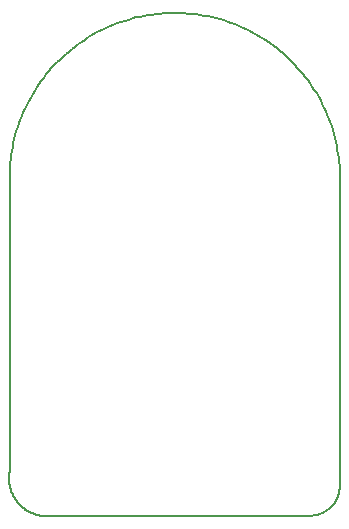
<source format=gbp>
G75*
%MOIN*%
%OFA0B0*%
%FSLAX25Y25*%
%IPPOS*%
%LPD*%
%AMOC8*
5,1,8,0,0,1.08239X$1,22.5*
%
%ADD10C,0.00500*%
D10*
X0011800Y0001800D02*
X0101800Y0001800D01*
X0102042Y0001803D01*
X0102283Y0001812D01*
X0102524Y0001826D01*
X0102765Y0001847D01*
X0103005Y0001873D01*
X0103245Y0001905D01*
X0103484Y0001943D01*
X0103721Y0001986D01*
X0103958Y0002036D01*
X0104193Y0002091D01*
X0104427Y0002151D01*
X0104659Y0002218D01*
X0104890Y0002289D01*
X0105119Y0002367D01*
X0105346Y0002450D01*
X0105571Y0002538D01*
X0105794Y0002632D01*
X0106014Y0002731D01*
X0106232Y0002836D01*
X0106447Y0002945D01*
X0106660Y0003060D01*
X0106870Y0003180D01*
X0107076Y0003305D01*
X0107280Y0003435D01*
X0107481Y0003570D01*
X0107678Y0003710D01*
X0107872Y0003854D01*
X0108062Y0004003D01*
X0108248Y0004157D01*
X0108431Y0004315D01*
X0108610Y0004477D01*
X0108785Y0004644D01*
X0108956Y0004815D01*
X0109123Y0004990D01*
X0109285Y0005169D01*
X0109443Y0005352D01*
X0109597Y0005538D01*
X0109746Y0005728D01*
X0109890Y0005922D01*
X0110030Y0006119D01*
X0110165Y0006320D01*
X0110295Y0006524D01*
X0110420Y0006730D01*
X0110540Y0006940D01*
X0110655Y0007153D01*
X0110764Y0007368D01*
X0110869Y0007586D01*
X0110968Y0007806D01*
X0111062Y0008029D01*
X0111150Y0008254D01*
X0111233Y0008481D01*
X0111311Y0008710D01*
X0111382Y0008941D01*
X0111449Y0009173D01*
X0111509Y0009407D01*
X0111564Y0009642D01*
X0111614Y0009879D01*
X0111657Y0010116D01*
X0111695Y0010355D01*
X0111727Y0010595D01*
X0111753Y0010835D01*
X0111774Y0011076D01*
X0111788Y0011317D01*
X0111797Y0011558D01*
X0111800Y0011800D01*
X0111800Y0111800D01*
X0111845Y0113140D01*
X0111857Y0114481D01*
X0111836Y0115821D01*
X0111783Y0117161D01*
X0111697Y0118499D01*
X0111578Y0119835D01*
X0111427Y0121167D01*
X0111244Y0122495D01*
X0111028Y0123819D01*
X0110780Y0125136D01*
X0110500Y0126447D01*
X0110188Y0127752D01*
X0109845Y0129048D01*
X0109470Y0130335D01*
X0109064Y0131613D01*
X0108627Y0132880D01*
X0108159Y0134137D01*
X0107661Y0135382D01*
X0107133Y0136614D01*
X0106574Y0137833D01*
X0105986Y0139038D01*
X0105369Y0140228D01*
X0104724Y0141403D01*
X0104049Y0142562D01*
X0103347Y0143705D01*
X0102617Y0144829D01*
X0101860Y0145936D01*
X0101077Y0147024D01*
X0100267Y0148092D01*
X0099431Y0149141D01*
X0098570Y0150169D01*
X0097684Y0151175D01*
X0096774Y0152160D01*
X0095840Y0153122D01*
X0094883Y0154061D01*
X0093904Y0154977D01*
X0092902Y0155868D01*
X0091879Y0156735D01*
X0090836Y0157576D01*
X0089772Y0158392D01*
X0088688Y0159182D01*
X0087586Y0159945D01*
X0086465Y0160682D01*
X0085327Y0161390D01*
X0084172Y0162071D01*
X0083000Y0162723D01*
X0081813Y0163347D01*
X0080612Y0163941D01*
X0079396Y0164507D01*
X0078167Y0165042D01*
X0076925Y0165547D01*
X0075671Y0166022D01*
X0074406Y0166466D01*
X0073130Y0166879D01*
X0071845Y0167262D01*
X0070551Y0167612D01*
X0069248Y0167931D01*
X0067939Y0168218D01*
X0066623Y0168474D01*
X0065300Y0168697D01*
X0063973Y0168888D01*
X0062642Y0169046D01*
X0061307Y0169172D01*
X0059970Y0169266D01*
X0058630Y0169327D01*
X0057290Y0169355D01*
X0055949Y0169350D01*
X0054609Y0169313D01*
X0053270Y0169244D01*
X0051933Y0169141D01*
X0050599Y0169007D01*
X0049268Y0168839D01*
X0047943Y0168640D01*
X0046622Y0168408D01*
X0045307Y0168144D01*
X0044000Y0167848D01*
X0042699Y0167521D01*
X0041408Y0167162D01*
X0040125Y0166771D01*
X0038852Y0166349D01*
X0037590Y0165897D01*
X0036339Y0165414D01*
X0035101Y0164901D01*
X0033875Y0164357D01*
X0032663Y0163784D01*
X0031465Y0163182D01*
X0030282Y0162550D01*
X0029115Y0161890D01*
X0027964Y0161202D01*
X0026831Y0160486D01*
X0025715Y0159742D01*
X0024618Y0158972D01*
X0023539Y0158175D01*
X0022481Y0157352D01*
X0021443Y0156504D01*
X0020426Y0155630D01*
X0019430Y0154732D01*
X0018456Y0153810D01*
X0017506Y0152865D01*
X0016578Y0151896D01*
X0015675Y0150906D01*
X0014795Y0149893D01*
X0013941Y0148860D01*
X0013112Y0147806D01*
X0012309Y0146732D01*
X0011533Y0145639D01*
X0010783Y0144528D01*
X0010061Y0143398D01*
X0009366Y0142251D01*
X0008699Y0141088D01*
X0008061Y0139909D01*
X0007452Y0138714D01*
X0006872Y0137505D01*
X0006322Y0136283D01*
X0005802Y0135047D01*
X0005312Y0133799D01*
X0004852Y0132540D01*
X0004423Y0131269D01*
X0004026Y0129989D01*
X0003659Y0128699D01*
X0003324Y0127401D01*
X0003021Y0126095D01*
X0002750Y0124781D01*
X0002511Y0123462D01*
X0002304Y0122137D01*
X0002129Y0120808D01*
X0001987Y0119475D01*
X0001877Y0118139D01*
X0001800Y0116800D01*
X0001800Y0016800D01*
X0001743Y0016497D01*
X0001693Y0016193D01*
X0001651Y0015888D01*
X0001617Y0015582D01*
X0001589Y0015275D01*
X0001569Y0014968D01*
X0001557Y0014660D01*
X0001552Y0014352D01*
X0001555Y0014044D01*
X0001564Y0013736D01*
X0001582Y0013428D01*
X0001607Y0013121D01*
X0001639Y0012815D01*
X0001678Y0012509D01*
X0001725Y0012205D01*
X0001780Y0011902D01*
X0001841Y0011600D01*
X0001910Y0011300D01*
X0001986Y0011001D01*
X0002070Y0010704D01*
X0002160Y0010410D01*
X0002258Y0010118D01*
X0002362Y0009828D01*
X0002474Y0009541D01*
X0002592Y0009256D01*
X0002717Y0008975D01*
X0002849Y0008697D01*
X0002988Y0008422D01*
X0003134Y0008150D01*
X0003285Y0007882D01*
X0003444Y0007618D01*
X0003608Y0007357D01*
X0003779Y0007101D01*
X0003956Y0006849D01*
X0004139Y0006601D01*
X0004328Y0006358D01*
X0004523Y0006119D01*
X0004724Y0005885D01*
X0004930Y0005656D01*
X0005141Y0005433D01*
X0005358Y0005214D01*
X0005581Y0005000D01*
X0005808Y0004792D01*
X0006040Y0004590D01*
X0006277Y0004393D01*
X0006519Y0004202D01*
X0006765Y0004017D01*
X0007016Y0003838D01*
X0007271Y0003665D01*
X0007530Y0003498D01*
X0007793Y0003338D01*
X0008059Y0003184D01*
X0008330Y0003036D01*
X0008604Y0002895D01*
X0008881Y0002761D01*
X0009161Y0002634D01*
X0009445Y0002513D01*
X0009731Y0002399D01*
X0010020Y0002292D01*
X0010311Y0002192D01*
X0010605Y0002099D01*
X0010901Y0002013D01*
X0011199Y0001935D01*
X0011499Y0001864D01*
X0011800Y0001800D01*
M02*

</source>
